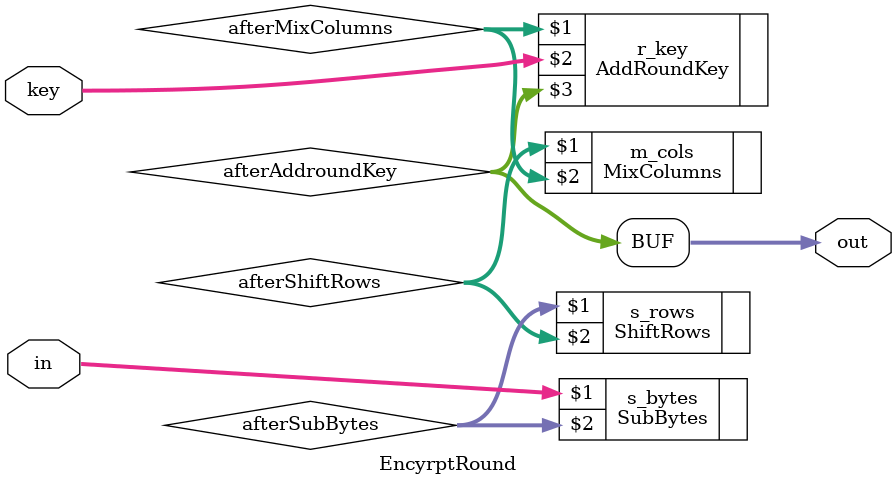
<source format=v>
module EncyrptRound( input [127:0] in ,input [127:0] key,output [127:0] out );

wire [127:0] afterSubBytes;
wire [127:0] afterShiftRows;
wire [127:0] afterMixColumns;
wire [127:0] afterAddroundKey;

SubBytes s_bytes(in,afterSubBytes);
ShiftRows s_rows(afterSubBytes,afterShiftRows);
MixColumns m_cols(afterShiftRows,afterMixColumns);
AddRoundKey r_key(afterMixColumns,key,afterAddroundKey);
assign out = afterAddroundKey;

endmodule

</source>
